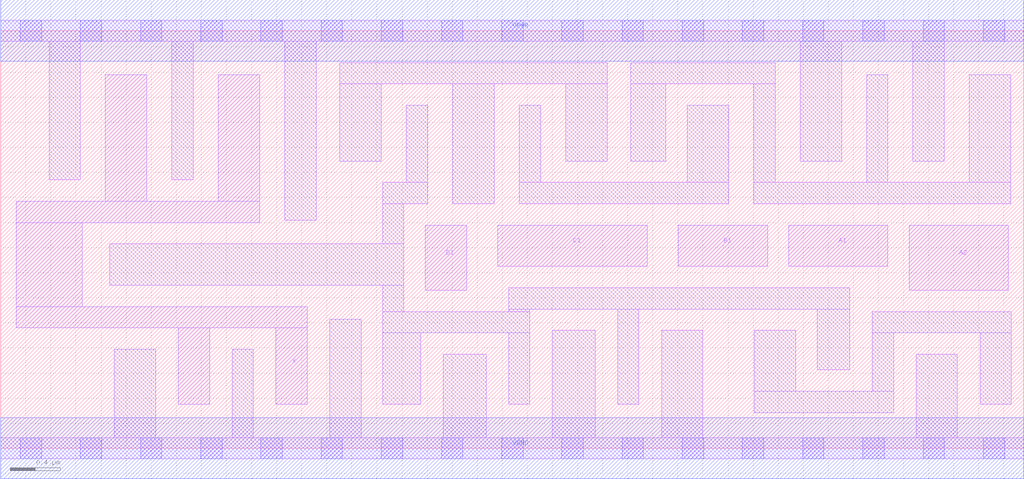
<source format=lef>
# Copyright 2020 The SkyWater PDK Authors
#
# Licensed under the Apache License, Version 2.0 (the "License");
# you may not use this file except in compliance with the License.
# You may obtain a copy of the License at
#
#     https://www.apache.org/licenses/LICENSE-2.0
#
# Unless required by applicable law or agreed to in writing, software
# distributed under the License is distributed on an "AS IS" BASIS,
# WITHOUT WARRANTIES OR CONDITIONS OF ANY KIND, either express or implied.
# See the License for the specific language governing permissions and
# limitations under the License.
#
# SPDX-License-Identifier: Apache-2.0

VERSION 5.7 ;
  NAMESCASESENSITIVE ON ;
  NOWIREEXTENSIONATPIN ON ;
  DIVIDERCHAR "/" ;
  BUSBITCHARS "[]" ;
UNITS
  DATABASE MICRONS 200 ;
END UNITS
MACRO sky130_fd_sc_ls__a2111o_4
  CLASS CORE ;
  SOURCE USER ;
  FOREIGN sky130_fd_sc_ls__a2111o_4 ;
  ORIGIN  0.000000  0.000000 ;
  SIZE  8.160000 BY  3.330000 ;
  SYMMETRY X Y ;
  SITE unit ;
  PIN A1
    ANTENNAGATEAREA  0.492000 ;
    DIRECTION INPUT ;
    USE SIGNAL ;
    PORT
      LAYER li1 ;
        RECT 6.285000 1.450000 7.075000 1.780000 ;
    END
  END A1
  PIN A2
    ANTENNAGATEAREA  0.492000 ;
    DIRECTION INPUT ;
    USE SIGNAL ;
    PORT
      LAYER li1 ;
        RECT 7.245000 1.260000 8.035000 1.780000 ;
    END
  END A2
  PIN B1
    ANTENNAGATEAREA  0.492000 ;
    DIRECTION INPUT ;
    USE SIGNAL ;
    PORT
      LAYER li1 ;
        RECT 5.405000 1.450000 6.115000 1.780000 ;
    END
  END B1
  PIN C1
    ANTENNAGATEAREA  0.492000 ;
    DIRECTION INPUT ;
    USE SIGNAL ;
    PORT
      LAYER li1 ;
        RECT 3.965000 1.450000 5.155000 1.780000 ;
    END
  END C1
  PIN D1
    ANTENNAGATEAREA  0.492000 ;
    DIRECTION INPUT ;
    USE SIGNAL ;
    PORT
      LAYER li1 ;
        RECT 3.385000 1.260000 3.715000 1.780000 ;
    END
  END D1
  PIN X
    ANTENNADIFFAREA  1.086400 ;
    DIRECTION OUTPUT ;
    USE SIGNAL ;
    PORT
      LAYER li1 ;
        RECT 0.125000 0.960000 2.445000 1.130000 ;
        RECT 0.125000 1.130000 0.650000 1.800000 ;
        RECT 0.125000 1.800000 2.065000 1.970000 ;
        RECT 0.835000 1.970000 1.165000 2.980000 ;
        RECT 1.415000 0.350000 1.665000 0.960000 ;
        RECT 1.735000 1.970000 2.065000 2.980000 ;
        RECT 2.195000 0.350000 2.445000 0.960000 ;
    END
  END X
  PIN VGND
    DIRECTION INOUT ;
    SHAPE ABUTMENT ;
    USE GROUND ;
    PORT
      LAYER met1 ;
        RECT 0.000000 -0.245000 8.160000 0.245000 ;
    END
  END VGND
  PIN VPWR
    DIRECTION INOUT ;
    SHAPE ABUTMENT ;
    USE POWER ;
    PORT
      LAYER met1 ;
        RECT 0.000000 3.085000 8.160000 3.575000 ;
    END
  END VPWR
  OBS
    LAYER li1 ;
      RECT 0.000000 -0.085000 8.160000 0.085000 ;
      RECT 0.000000  3.245000 8.160000 3.415000 ;
      RECT 0.385000  2.140000 0.635000 3.245000 ;
      RECT 0.870000  1.300000 3.215000 1.630000 ;
      RECT 0.905000  0.085000 1.235000 0.790000 ;
      RECT 1.365000  2.140000 1.535000 3.245000 ;
      RECT 1.845000  0.085000 2.015000 0.790000 ;
      RECT 2.265000  1.820000 2.515000 3.245000 ;
      RECT 2.625000  0.085000 2.875000 1.030000 ;
      RECT 2.705000  2.290000 3.035000 2.905000 ;
      RECT 2.705000  2.905000 4.835000 3.075000 ;
      RECT 3.045000  0.350000 3.350000 0.920000 ;
      RECT 3.045000  0.920000 4.220000 1.090000 ;
      RECT 3.045000  1.090000 3.215000 1.300000 ;
      RECT 3.045000  1.630000 3.215000 1.950000 ;
      RECT 3.045000  1.950000 3.405000 2.120000 ;
      RECT 3.235000  2.120000 3.405000 2.735000 ;
      RECT 3.530000  0.085000 3.870000 0.750000 ;
      RECT 3.605000  1.950000 3.935000 2.905000 ;
      RECT 4.050000  0.350000 4.220000 0.920000 ;
      RECT 4.050000  1.090000 4.220000 1.110000 ;
      RECT 4.050000  1.110000 6.770000 1.280000 ;
      RECT 4.135000  1.950000 5.805000 2.120000 ;
      RECT 4.135000  2.120000 4.305000 2.735000 ;
      RECT 4.400000  0.085000 4.740000 0.940000 ;
      RECT 4.505000  2.290000 4.835000 2.905000 ;
      RECT 4.920000  0.350000 5.090000 1.110000 ;
      RECT 5.025000  2.290000 5.305000 2.905000 ;
      RECT 5.025000  2.905000 6.175000 3.075000 ;
      RECT 5.270000  0.085000 5.600000 0.940000 ;
      RECT 5.475000  2.120000 5.805000 2.735000 ;
      RECT 6.005000  1.950000 8.055000 2.120000 ;
      RECT 6.005000  2.120000 6.175000 2.905000 ;
      RECT 6.010000  0.285000 7.120000 0.455000 ;
      RECT 6.010000  0.455000 6.340000 0.940000 ;
      RECT 6.375000  2.290000 6.705000 3.245000 ;
      RECT 6.510000  0.625000 6.770000 1.110000 ;
      RECT 6.905000  2.120000 7.075000 2.980000 ;
      RECT 6.950000  0.455000 7.120000 0.920000 ;
      RECT 6.950000  0.920000 8.060000 1.090000 ;
      RECT 7.275000  2.290000 7.525000 3.245000 ;
      RECT 7.300000  0.085000 7.630000 0.750000 ;
      RECT 7.725000  2.120000 8.055000 2.980000 ;
      RECT 7.810000  0.350000 8.060000 0.920000 ;
    LAYER mcon ;
      RECT 0.155000 -0.085000 0.325000 0.085000 ;
      RECT 0.155000  3.245000 0.325000 3.415000 ;
      RECT 0.635000 -0.085000 0.805000 0.085000 ;
      RECT 0.635000  3.245000 0.805000 3.415000 ;
      RECT 1.115000 -0.085000 1.285000 0.085000 ;
      RECT 1.115000  3.245000 1.285000 3.415000 ;
      RECT 1.595000 -0.085000 1.765000 0.085000 ;
      RECT 1.595000  3.245000 1.765000 3.415000 ;
      RECT 2.075000 -0.085000 2.245000 0.085000 ;
      RECT 2.075000  3.245000 2.245000 3.415000 ;
      RECT 2.555000 -0.085000 2.725000 0.085000 ;
      RECT 2.555000  3.245000 2.725000 3.415000 ;
      RECT 3.035000 -0.085000 3.205000 0.085000 ;
      RECT 3.035000  3.245000 3.205000 3.415000 ;
      RECT 3.515000 -0.085000 3.685000 0.085000 ;
      RECT 3.515000  3.245000 3.685000 3.415000 ;
      RECT 3.995000 -0.085000 4.165000 0.085000 ;
      RECT 3.995000  3.245000 4.165000 3.415000 ;
      RECT 4.475000 -0.085000 4.645000 0.085000 ;
      RECT 4.475000  3.245000 4.645000 3.415000 ;
      RECT 4.955000 -0.085000 5.125000 0.085000 ;
      RECT 4.955000  3.245000 5.125000 3.415000 ;
      RECT 5.435000 -0.085000 5.605000 0.085000 ;
      RECT 5.435000  3.245000 5.605000 3.415000 ;
      RECT 5.915000 -0.085000 6.085000 0.085000 ;
      RECT 5.915000  3.245000 6.085000 3.415000 ;
      RECT 6.395000 -0.085000 6.565000 0.085000 ;
      RECT 6.395000  3.245000 6.565000 3.415000 ;
      RECT 6.875000 -0.085000 7.045000 0.085000 ;
      RECT 6.875000  3.245000 7.045000 3.415000 ;
      RECT 7.355000 -0.085000 7.525000 0.085000 ;
      RECT 7.355000  3.245000 7.525000 3.415000 ;
      RECT 7.835000 -0.085000 8.005000 0.085000 ;
      RECT 7.835000  3.245000 8.005000 3.415000 ;
  END
END sky130_fd_sc_ls__a2111o_4

</source>
